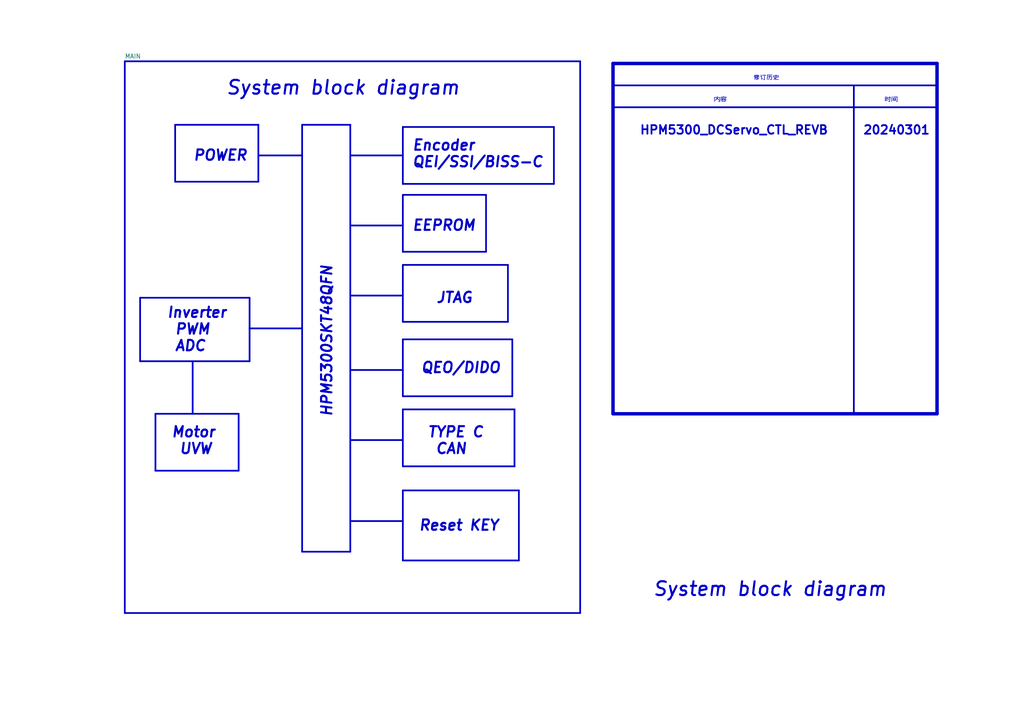
<source format=kicad_sch>
(kicad_sch (version 20230121) (generator eeschema)
  (paper "A4")
  (lib_symbols)
  (polyline (pts (xy 177.8 31.115) (xy 271.78 31.115)) (stroke (width 0.5) (type solid)))
  (polyline (pts (xy 247.65 24.765) (xy 247.65 120.015)) (stroke (width 0.5) (type solid)))
  (polyline (pts (xy 116.84 98.425) (xy 116.84 114.935)) (stroke (width 0.5) (type solid)))
  (polyline (pts (xy 140.97 73.025) (xy 116.84 73.025)) (stroke (width 0.5) (type solid)))
  (polyline (pts (xy 40.64 86.36) (xy 40.64 104.775)) (stroke (width 0.5) (type solid)))
  (polyline (pts (xy 177.8 18.415) (xy 271.78 18.415)) (stroke (width 1) (type solid)))
  (polyline (pts (xy 40.64 104.775) (xy 72.39 104.775)) (stroke (width 0.5) (type solid)))
  (polyline (pts (xy 168.275 177.8) (xy 36.195 177.8)) (stroke (width 0.5) (type solid)))
  (polyline (pts (xy 116.84 142.24) (xy 116.84 162.56)) (stroke (width 0.5) (type solid)))
  (polyline (pts (xy 45.085 120.015) (xy 45.085 136.525)) (stroke (width 0.5) (type solid)))
  (polyline (pts (xy 101.6 36.195) (xy 101.6 160.02)) (stroke (width 0.5) (type solid)))
  (polyline (pts (xy 150.495 162.56) (xy 116.84 162.56)) (stroke (width 0.5) (type solid)))
  (polyline (pts (xy 74.93 36.195) (xy 74.93 52.705)) (stroke (width 0.5) (type solid)))
  (polyline (pts (xy 160.655 36.83) (xy 160.655 53.34)) (stroke (width 0.5) (type solid)))
  (polyline (pts (xy 160.655 53.34) (xy 116.84 53.34)) (stroke (width 0.5) (type solid)))
  (polyline (pts (xy 45.085 120.015) (xy 69.215 120.015)) (stroke (width 0.5) (type solid)))
  (polyline (pts (xy 36.195 17.78) (xy 36.195 177.8)) (stroke (width 0.5) (type solid)))
  (polyline (pts (xy 147.32 93.345) (xy 116.84 93.345)) (stroke (width 0.5) (type solid)))
  (polyline (pts (xy 271.78 120.015) (xy 177.8 120.015)) (stroke (width 1) (type solid)))
  (polyline (pts (xy 149.225 135.255) (xy 116.84 135.255)) (stroke (width 0.5) (type solid)))
  (polyline (pts (xy 270.51 120.015) (xy 271.78 120.015)))
  (polyline (pts (xy 87.63 36.195) (xy 87.63 160.02)) (stroke (width 0.5) (type solid)))
  (polyline (pts (xy 101.6 151.13) (xy 116.84 151.13)) (stroke (width 0.5)))
  (polyline (pts (xy 147.32 76.835) (xy 147.32 93.345)) (stroke (width 0.5) (type solid)))
  (polyline (pts (xy 36.195 17.78) (xy 168.275 17.78)) (stroke (width 0.5) (type solid)))
  (polyline (pts (xy 177.8 24.765) (xy 271.78 24.765)) (stroke (width 0.5) (type solid)))
  (polyline (pts (xy 50.8 36.195) (xy 74.93 36.195)) (stroke (width 0.5) (type solid)))
  (polyline (pts (xy 116.84 76.835) (xy 147.32 76.835)) (stroke (width 0.5) (type solid)))
  (polyline (pts (xy 74.93 45.085) (xy 87.63 45.085)) (stroke (width 0.5)))
  (polyline (pts (xy 87.63 95.25) (xy 72.39 95.25)) (stroke (width 0.5)))
  (polyline (pts (xy 101.6 107.315) (xy 116.84 107.315)) (stroke (width 0.5)))
  (polyline (pts (xy 101.6 45.085) (xy 116.84 45.085)) (stroke (width 0.5)))
  (polyline (pts (xy 116.84 76.835) (xy 116.84 93.345)) (stroke (width 0.5) (type solid)))
  (polyline (pts (xy 116.84 118.745) (xy 149.225 118.745)) (stroke (width 0.5) (type solid)))
  (polyline (pts (xy 69.215 120.015) (xy 69.215 136.525)) (stroke (width 0.5) (type solid)))
  (polyline (pts (xy 87.63 36.195) (xy 101.6 36.195)) (stroke (width 0.5) (type solid)))
  (polyline (pts (xy 72.39 86.36) (xy 40.64 86.36)) (stroke (width 0.5) (type solid)))
  (polyline (pts (xy 149.225 118.745) (xy 149.225 135.255)) (stroke (width 0.5) (type solid)))
  (polyline (pts (xy 69.215 136.525) (xy 45.085 136.525)) (stroke (width 0.5) (type solid)))
  (polyline (pts (xy 150.495 142.24) (xy 150.495 162.56)) (stroke (width 0.5) (type solid)))
  (polyline (pts (xy 101.6 127.635) (xy 116.84 127.635)) (stroke (width 0.5)))
  (polyline (pts (xy 271.78 24.765) (xy 271.78 23.495)))
  (polyline (pts (xy 50.8 36.195) (xy 50.8 52.705)) (stroke (width 0.5) (type solid)))
  (polyline (pts (xy 116.84 98.425) (xy 148.59 98.425)) (stroke (width 0.5) (type solid)))
  (polyline (pts (xy 101.6 65.405) (xy 116.84 65.405)) (stroke (width 0.5)))
  (polyline (pts (xy 101.6 85.725) (xy 116.84 85.725)) (stroke (width 0.5)))
  (polyline (pts (xy 74.93 52.705) (xy 50.8 52.705)) (stroke (width 0.5) (type solid)))
  (polyline (pts (xy 72.39 86.36) (xy 72.39 104.775)) (stroke (width 0.5) (type solid)))
  (polyline (pts (xy 116.84 36.83) (xy 116.84 53.34)) (stroke (width 0.5) (type solid)))
  (polyline (pts (xy 116.84 56.515) (xy 116.84 73.025)) (stroke (width 0.5) (type solid)))
  (polyline (pts (xy 148.59 98.425) (xy 148.59 114.935)) (stroke (width 0.5) (type solid)))
  (polyline (pts (xy 140.97 56.515) (xy 140.97 73.025)) (stroke (width 0.5) (type solid)))
  (polyline (pts (xy 168.275 17.78) (xy 168.275 177.8)) (stroke (width 0.5) (type solid)))
  (polyline (pts (xy 177.8 18.415) (xy 177.8 120.015)) (stroke (width 1) (type solid)))
  (polyline (pts (xy 116.84 56.515) (xy 140.97 56.515)) (stroke (width 0.5) (type solid)))
  (polyline (pts (xy 269.24 120.015) (xy 271.78 120.015)))
  (polyline (pts (xy 116.84 118.745) (xy 116.84 135.255)) (stroke (width 0.5) (type solid)))
  (polyline (pts (xy 148.59 114.935) (xy 116.84 114.935)) (stroke (width 0.5) (type solid)))
  (polyline (pts (xy 116.84 142.24) (xy 150.495 142.24)) (stroke (width 0.5) (type solid)))
  (polyline (pts (xy 116.84 36.83) (xy 160.655 36.83)) (stroke (width 0.5) (type solid)))
  (polyline (pts (xy 271.78 18.415) (xy 271.78 120.015)) (stroke (width 1) (type solid)))
  (polyline (pts (xy 55.88 104.775) (xy 55.88 120.015)) (stroke (width 0.5)))
  (polyline (pts (xy 101.6 160.02) (xy 87.63 160.02)) (stroke (width 0.5) (type solid)))
  (text "20240301" (at 250.19 39.37 0) (effects (font (size 2.5 2.5) (thickness 0.5) bold) (justify left bottom)))
  (text "EEPROM\n" (at 119.38 67.31 0) (effects (font (size 3 3) (thickness 0.6) bold italic) (justify left bottom)))
  (text "System block diagram" (at 65.405 27.94 0) (effects (font (size 4 4) (thickness 0.6) bold italic) (justify left bottom)))
  (text "Inverter\n PWM\n ADC" (at 48.26 102.235 0) (effects (font (size 3 3) (thickness 0.6) bold italic) (justify left bottom)))
  (text "内容" (at 207.01 29.845 0) (effects (font (size 1.27 1.27)) (justify left bottom)))
  (text "Reset KEY\n" (at 121.285 154.305 0) (effects (font (size 3 3) (thickness 0.6) bold italic) (justify left bottom)))
  (text "HPM5300_DCServo_CTL_REVB" (at 185.42 39.37 0) (effects (font (size 2.5 2.5) (thickness 0.5) bold) (justify left bottom)))
  (text "POWER" (at 55.88 46.99 0) (effects (font (size 3 3) (thickness 0.6) bold italic) (justify left bottom)))
  (text "HPM5300SKT48QFN" (at 96.52 121.285 90) (effects (font (size 3 3) (thickness 0.6) bold italic) (justify left bottom)))
  (text "TYPE C\n CAN" (at 123.825 132.08 0) (effects (font (size 3 3) (thickness 0.6) bold italic) (justify left bottom)))
  (text "QEO/DIDO" (at 121.92 108.585 0) (effects (font (size 3 3) (thickness 0.6) bold italic) (justify left bottom)))
  (text "JTAG\n" (at 126.365 88.265 0) (effects (font (size 3 3) (thickness 0.6) bold italic) (justify left bottom)))
  (text "System block diagram" (at 189.23 173.355 0) (effects (font (size 4 4) (thickness 0.6) bold italic) (justify left bottom)))
  (text "时间" (at 256.54 29.845 0) (effects (font (size 1.27 1.27)) (justify left bottom)))
  (text "Encoder\nQEI/SSI/BISS-C" (at 119.38 48.895 0) (effects (font (size 3 3) (thickness 0.6) bold italic) (justify left bottom)))
  (text "Motor\n UVW\n" (at 49.53 132.08 0) (effects (font (size 3 3) (thickness 0.6) bold italic) (justify left bottom)))
  (text "修订历史\n" (at 218.44 23.495 0) (effects (font (size 1.27 1.27)) (justify left bottom)))
  (sheet (at 36.195 17.78) (size 132.08 160.02) (stroke (width 0.1524))
    (property "Sheetname" "MAIN" (at 36.195 17.0684 0) (effects (justify left bottom)))
    (property "Sheetfile" "MAIN.kicad_sch" (effects hide))
  )
)
</source>
